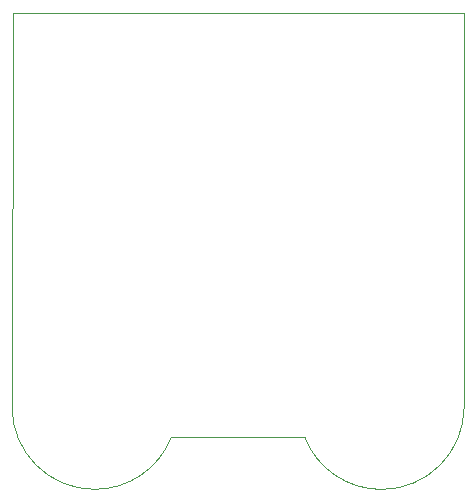
<source format=gm1>
%TF.GenerationSoftware,KiCad,Pcbnew,(6.0.8)*%
%TF.CreationDate,2024-06-02T21:29:15+02:00*%
%TF.ProjectId,micropad,6d696372-6f70-4616-942e-6b696361645f,rev?*%
%TF.SameCoordinates,Original*%
%TF.FileFunction,Profile,NP*%
%FSLAX46Y46*%
G04 Gerber Fmt 4.6, Leading zero omitted, Abs format (unit mm)*
G04 Created by KiCad (PCBNEW (6.0.8)) date 2024-06-02 21:29:15*
%MOMM*%
%LPD*%
G01*
G04 APERTURE LIST*
%TA.AperFunction,Profile*%
%ADD10C,0.100000*%
%TD*%
G04 APERTURE END LIST*
D10*
X64180000Y-84400000D02*
G75*
G03*
X70690000Y-88820000I6510000J2584129D01*
G01*
X46390000Y-88810000D02*
G75*
G03*
X52899999Y-84400000I18518J6982662D01*
G01*
X52900000Y-84400000D02*
X64180000Y-84400000D01*
X77700000Y-48450000D02*
X39450000Y-48500000D01*
X39400000Y-81820000D02*
G75*
G03*
X46390000Y-88810000I6990000J0D01*
G01*
X70690000Y-88820000D02*
G75*
G03*
X77690000Y-81820000I0J7000000D01*
G01*
X39400000Y-81820000D02*
X39450000Y-48500000D01*
X77690000Y-81820000D02*
X77700000Y-48450000D01*
M02*

</source>
